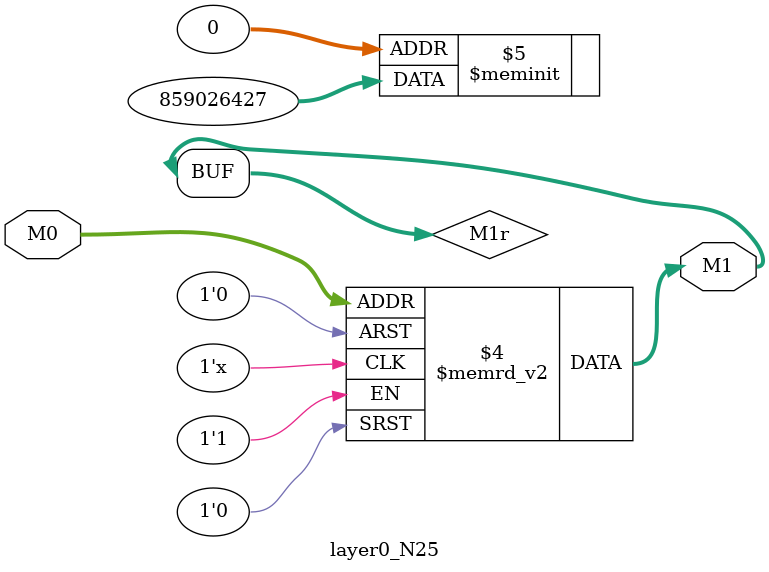
<source format=v>
module layer0_N25 ( input [3:0] M0, output [1:0] M1 );

	(*rom_style = "distributed" *) reg [1:0] M1r;
	assign M1 = M1r;
	always @ (M0) begin
		case (M0)
			4'b0000: M1r = 2'b11;
			4'b1000: M1r = 2'b11;
			4'b0100: M1r = 2'b11;
			4'b1100: M1r = 2'b11;
			4'b0010: M1r = 2'b11;
			4'b1010: M1r = 2'b11;
			4'b0110: M1r = 2'b11;
			4'b1110: M1r = 2'b11;
			4'b0001: M1r = 2'b10;
			4'b1001: M1r = 2'b00;
			4'b0101: M1r = 2'b00;
			4'b1101: M1r = 2'b00;
			4'b0011: M1r = 2'b11;
			4'b1011: M1r = 2'b00;
			4'b0111: M1r = 2'b10;
			4'b1111: M1r = 2'b00;

		endcase
	end
endmodule

</source>
